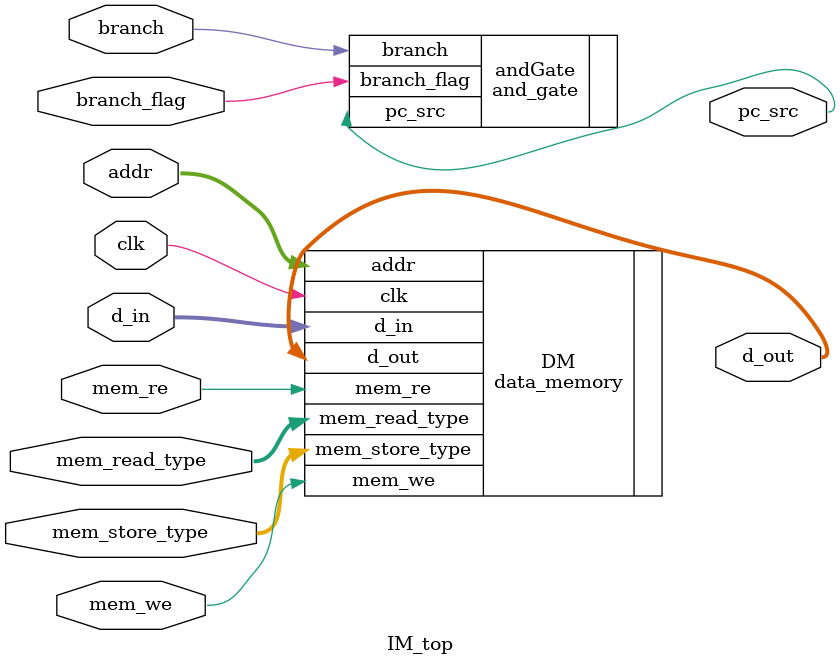
<source format=sv>
module IM_top(
               input logic clk,
               input logic mem_re,
               input logic mem_we,
               input logic[1:0] mem_store_type,
               input logic[2:0] mem_read_type,
               input logic[31:0] d_in,
               input logic[15:0] addr,
               input logic branch,
               input logic branch_flag,
               output logic pc_src,
               output logic[31:0] d_out
               );
               
               data_memory DM(
                              .clk(clk),
                              .mem_re(mem_re),
                              .mem_we(mem_we),
                              .mem_store_type(mem_store_type),
                              .mem_read_type(mem_read_type),
                              .d_in(d_in),
                              .addr(addr),
                              .d_out(d_out)
                              );
              and_gate andGate(
                               .branch(branch),
                               .branch_flag(branch_flag),
                               .pc_src(pc_src)
                               );

endmodule
</source>
